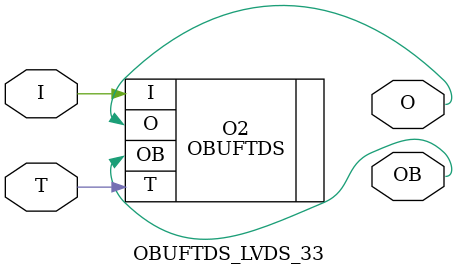
<source format=v>


`timescale  1 ps / 1 ps


module OBUFTDS_LVDS_33 (O, OB, I, T);

    output O, OB;

    input  I, T;

	OBUFTDS #(.IOSTANDARD("LVDS_33")) O2 (.O(O), .I(I), .OB(OB), .T(T));


endmodule



</source>
